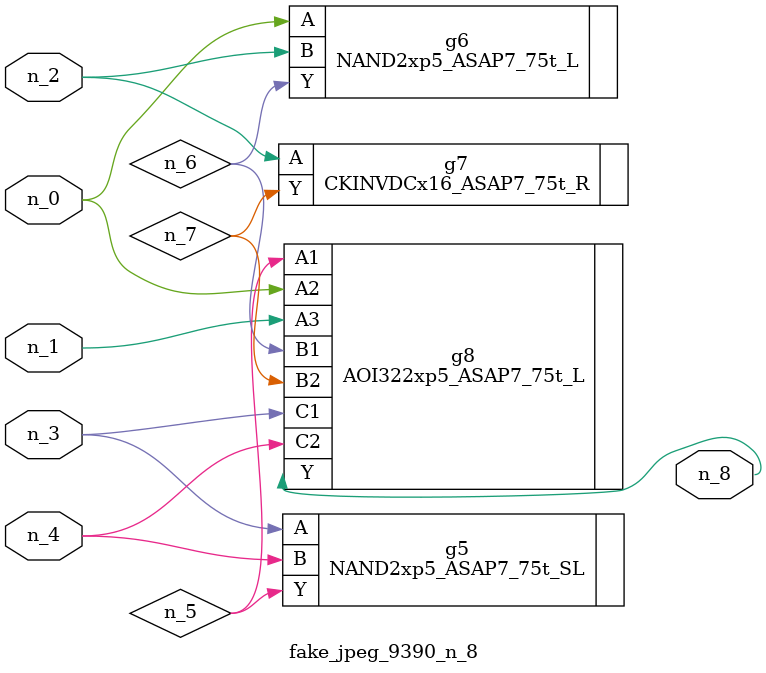
<source format=v>
module fake_jpeg_9390_n_8 (n_3, n_2, n_1, n_0, n_4, n_8);

input n_3;
input n_2;
input n_1;
input n_0;
input n_4;

output n_8;

wire n_6;
wire n_5;
wire n_7;

NAND2xp5_ASAP7_75t_SL g5 ( 
.A(n_3),
.B(n_4),
.Y(n_5)
);

NAND2xp5_ASAP7_75t_L g6 ( 
.A(n_0),
.B(n_2),
.Y(n_6)
);

CKINVDCx16_ASAP7_75t_R g7 ( 
.A(n_2),
.Y(n_7)
);

AOI322xp5_ASAP7_75t_L g8 ( 
.A1(n_5),
.A2(n_0),
.A3(n_1),
.B1(n_6),
.B2(n_7),
.C1(n_3),
.C2(n_4),
.Y(n_8)
);


endmodule
</source>
